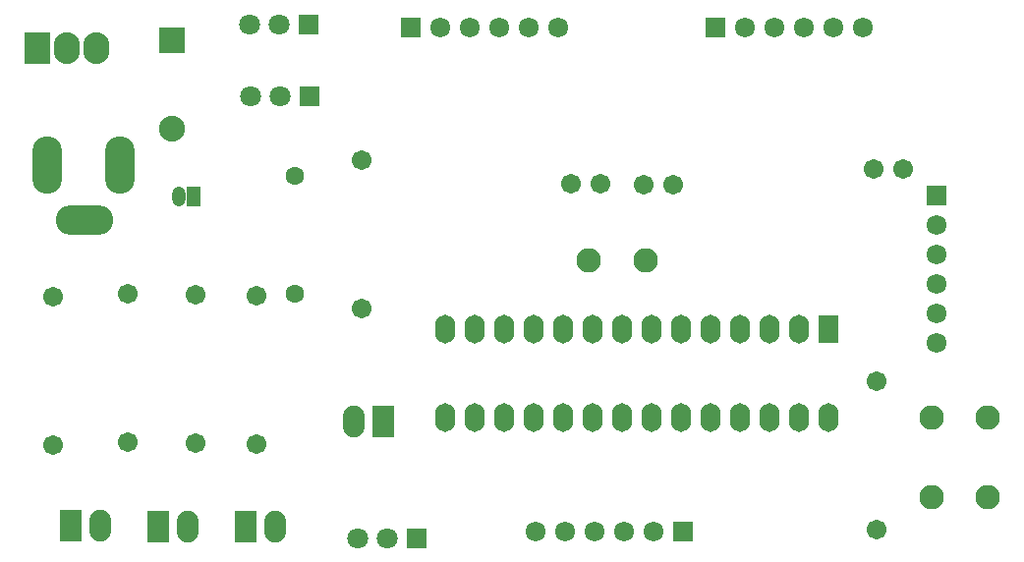
<source format=gts>
G04*
G04 #@! TF.GenerationSoftware,Altium Limited,Altium Designer,24.1.2 (44)*
G04*
G04 Layer_Color=8388736*
%FSLAX44Y44*%
%MOMM*%
G71*
G04*
G04 #@! TF.SameCoordinates,1A3C5EF7-D8C1-486F-82F1-317441259842*
G04*
G04*
G04 #@! TF.FilePolarity,Negative*
G04*
G01*
G75*
%ADD20R,1.7272X2.4892*%
%ADD21O,1.7272X2.4892*%
%ADD22C,2.1082*%
%ADD23R,1.2032X1.7032*%
%ADD24O,1.2032X1.7032*%
%ADD25C,1.7032*%
%ADD26C,2.2352*%
%ADD27R,2.2352X2.2352*%
%ADD28O,2.2352X2.7432*%
%ADD29R,2.2352X2.7432*%
%ADD30O,2.5532X4.9532*%
%ADD31O,4.9532X2.5532*%
%ADD32C,1.7232*%
%ADD33R,1.7232X1.7232*%
%ADD34R,1.7232X1.7232*%
%ADD35O,1.8542X2.7432*%
%ADD36R,1.8542X2.7432*%
%ADD37C,1.6032*%
%ADD38R,1.8032X1.8032*%
%ADD39C,1.8032*%
D20*
X729750Y212500D02*
D03*
D21*
X704350D02*
D03*
X678950D02*
D03*
X653550D02*
D03*
X628150D02*
D03*
X602750D02*
D03*
X577350D02*
D03*
X551950D02*
D03*
X526550D02*
D03*
X501150D02*
D03*
X475750D02*
D03*
X450350D02*
D03*
X424950D02*
D03*
X399550D02*
D03*
X729750Y136300D02*
D03*
X704350D02*
D03*
X678950D02*
D03*
X653550D02*
D03*
X628150D02*
D03*
X602750D02*
D03*
X577350D02*
D03*
X551950D02*
D03*
X526550D02*
D03*
X501150D02*
D03*
X475750D02*
D03*
X450350D02*
D03*
X424950D02*
D03*
X399550D02*
D03*
D22*
X866748Y67770D02*
D03*
X818996Y136604D02*
D03*
X866748D02*
D03*
X818996Y67770D02*
D03*
X572732Y271732D02*
D03*
X523732D02*
D03*
D23*
X182980Y326850D02*
D03*
D24*
X170280D02*
D03*
D25*
X768704Y350472D02*
D03*
X794104D02*
D03*
X771244Y167838D02*
D03*
Y39838D02*
D03*
X596492Y337010D02*
D03*
X571092D02*
D03*
X507846Y337518D02*
D03*
X533246D02*
D03*
X328014Y358592D02*
D03*
Y230592D02*
D03*
X185012Y114006D02*
D03*
Y242006D02*
D03*
X237082Y241498D02*
D03*
Y113498D02*
D03*
X61568Y240482D02*
D03*
Y112482D02*
D03*
X126084Y243276D02*
D03*
Y115276D02*
D03*
D26*
X163930Y385270D02*
D03*
D27*
Y461470D02*
D03*
D28*
X99160Y455120D02*
D03*
X73760D02*
D03*
D29*
X48360D02*
D03*
D30*
X119234Y354250D02*
D03*
X56750D02*
D03*
D31*
X89262Y306244D02*
D03*
D32*
X823286Y201120D02*
D03*
Y226520D02*
D03*
Y251920D02*
D03*
Y277320D02*
D03*
Y302720D02*
D03*
X395070Y472900D02*
D03*
X420470D02*
D03*
X445870D02*
D03*
X471270D02*
D03*
X496670D02*
D03*
X579474Y38306D02*
D03*
X554074D02*
D03*
X528674D02*
D03*
X503274D02*
D03*
X477874D02*
D03*
X759560Y472900D02*
D03*
X734160D02*
D03*
X708760D02*
D03*
X683360D02*
D03*
X657960D02*
D03*
D33*
X823286Y328120D02*
D03*
D34*
X369670Y472900D02*
D03*
X604874Y38306D02*
D03*
X632560Y472900D02*
D03*
D35*
X102208Y43386D02*
D03*
X177900Y42116D02*
D03*
X253592D02*
D03*
X320648Y133048D02*
D03*
D36*
X76808Y43386D02*
D03*
X152500Y42116D02*
D03*
X228192D02*
D03*
X346048Y133048D02*
D03*
D37*
X270356Y242830D02*
D03*
Y344830D02*
D03*
D38*
X282040Y475440D02*
D03*
X282548Y413210D02*
D03*
X375258Y32464D02*
D03*
D39*
X256640Y475440D02*
D03*
X231240D02*
D03*
X257148Y413210D02*
D03*
X231748D02*
D03*
X349858Y32464D02*
D03*
X324458D02*
D03*
M02*

</source>
